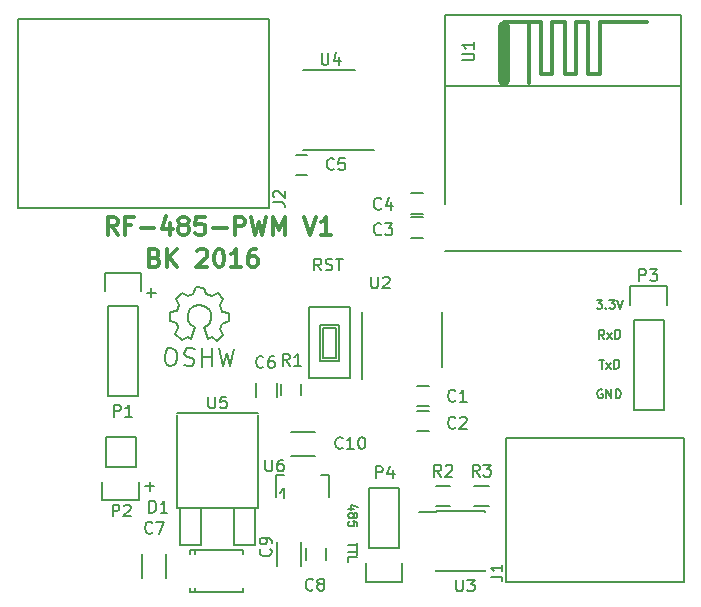
<source format=gto>
G04 #@! TF.FileFunction,Legend,Top*
%FSLAX46Y46*%
G04 Gerber Fmt 4.6, Leading zero omitted, Abs format (unit mm)*
G04 Created by KiCad (PCBNEW 4.0.2-stable) date 3/20/2016 1:22:30 PM*
%MOMM*%
G01*
G04 APERTURE LIST*
%ADD10C,0.100000*%
%ADD11C,0.150000*%
%ADD12C,0.300000*%
%ADD13C,1.000000*%
G04 APERTURE END LIST*
D10*
D11*
X121890214Y-92265571D02*
X121390214Y-92265571D01*
X122175929Y-92087000D02*
X121640214Y-91908428D01*
X121640214Y-92372714D01*
X121818786Y-92765571D02*
X121854500Y-92694143D01*
X121890214Y-92658428D01*
X121961643Y-92622714D01*
X121997357Y-92622714D01*
X122068786Y-92658428D01*
X122104500Y-92694143D01*
X122140214Y-92765571D01*
X122140214Y-92908428D01*
X122104500Y-92979857D01*
X122068786Y-93015571D01*
X121997357Y-93051286D01*
X121961643Y-93051286D01*
X121890214Y-93015571D01*
X121854500Y-92979857D01*
X121818786Y-92908428D01*
X121818786Y-92765571D01*
X121783071Y-92694143D01*
X121747357Y-92658428D01*
X121675929Y-92622714D01*
X121533071Y-92622714D01*
X121461643Y-92658428D01*
X121425929Y-92694143D01*
X121390214Y-92765571D01*
X121390214Y-92908428D01*
X121425929Y-92979857D01*
X121461643Y-93015571D01*
X121533071Y-93051286D01*
X121675929Y-93051286D01*
X121747357Y-93015571D01*
X121783071Y-92979857D01*
X121818786Y-92908428D01*
X122140214Y-93729857D02*
X122140214Y-93372714D01*
X121783071Y-93337000D01*
X121818786Y-93372714D01*
X121854500Y-93444143D01*
X121854500Y-93622714D01*
X121818786Y-93694143D01*
X121783071Y-93729857D01*
X121711643Y-93765572D01*
X121533071Y-93765572D01*
X121461643Y-93729857D01*
X121425929Y-93694143D01*
X121390214Y-93622714D01*
X121390214Y-93444143D01*
X121425929Y-93372714D01*
X121461643Y-93337000D01*
X122076714Y-95144929D02*
X122076714Y-95573500D01*
X121326714Y-95359214D02*
X122076714Y-95359214D01*
X122076714Y-95716358D02*
X122076714Y-96144929D01*
X121326714Y-95930643D02*
X122076714Y-95930643D01*
X121326714Y-96752072D02*
X121326714Y-96394929D01*
X122076714Y-96394929D01*
X104330548Y-73985429D02*
X105092453Y-73985429D01*
X104711501Y-74366381D02*
X104711501Y-73604476D01*
X104203548Y-90368429D02*
X104965453Y-90368429D01*
X104584501Y-90749381D02*
X104584501Y-89987476D01*
X142875072Y-82175000D02*
X142803643Y-82139286D01*
X142696500Y-82139286D01*
X142589357Y-82175000D01*
X142517929Y-82246429D01*
X142482214Y-82317857D01*
X142446500Y-82460714D01*
X142446500Y-82567857D01*
X142482214Y-82710714D01*
X142517929Y-82782143D01*
X142589357Y-82853571D01*
X142696500Y-82889286D01*
X142767929Y-82889286D01*
X142875072Y-82853571D01*
X142910786Y-82817857D01*
X142910786Y-82567857D01*
X142767929Y-82567857D01*
X143232214Y-82889286D02*
X143232214Y-82139286D01*
X143660786Y-82889286D01*
X143660786Y-82139286D01*
X144017928Y-82889286D02*
X144017928Y-82139286D01*
X144196500Y-82139286D01*
X144303643Y-82175000D01*
X144375071Y-82246429D01*
X144410786Y-82317857D01*
X144446500Y-82460714D01*
X144446500Y-82567857D01*
X144410786Y-82710714D01*
X144375071Y-82782143D01*
X144303643Y-82853571D01*
X144196500Y-82889286D01*
X144017928Y-82889286D01*
X142617143Y-79662786D02*
X143045714Y-79662786D01*
X142831428Y-80412786D02*
X142831428Y-79662786D01*
X143224286Y-80412786D02*
X143617143Y-79912786D01*
X143224286Y-79912786D02*
X143617143Y-80412786D01*
X143902857Y-80412786D02*
X143902857Y-79662786D01*
X144081429Y-79662786D01*
X144188572Y-79698500D01*
X144260000Y-79769929D01*
X144295715Y-79841357D01*
X144331429Y-79984214D01*
X144331429Y-80091357D01*
X144295715Y-80234214D01*
X144260000Y-80305643D01*
X144188572Y-80377071D01*
X144081429Y-80412786D01*
X143902857Y-80412786D01*
X143063572Y-77872786D02*
X142813572Y-77515643D01*
X142635000Y-77872786D02*
X142635000Y-77122786D01*
X142920715Y-77122786D01*
X142992143Y-77158500D01*
X143027858Y-77194214D01*
X143063572Y-77265643D01*
X143063572Y-77372786D01*
X143027858Y-77444214D01*
X142992143Y-77479929D01*
X142920715Y-77515643D01*
X142635000Y-77515643D01*
X143313572Y-77872786D02*
X143706429Y-77372786D01*
X143313572Y-77372786D02*
X143706429Y-77872786D01*
X143992143Y-77872786D02*
X143992143Y-77122786D01*
X144170715Y-77122786D01*
X144277858Y-77158500D01*
X144349286Y-77229929D01*
X144385001Y-77301357D01*
X144420715Y-77444214D01*
X144420715Y-77551357D01*
X144385001Y-77694214D01*
X144349286Y-77765643D01*
X144277858Y-77837071D01*
X144170715Y-77872786D01*
X143992143Y-77872786D01*
X142402857Y-74582786D02*
X142867143Y-74582786D01*
X142617143Y-74868500D01*
X142724285Y-74868500D01*
X142795714Y-74904214D01*
X142831428Y-74939929D01*
X142867143Y-75011357D01*
X142867143Y-75189929D01*
X142831428Y-75261357D01*
X142795714Y-75297071D01*
X142724285Y-75332786D01*
X142510000Y-75332786D01*
X142438571Y-75297071D01*
X142402857Y-75261357D01*
X143188571Y-75261357D02*
X143224286Y-75297071D01*
X143188571Y-75332786D01*
X143152857Y-75297071D01*
X143188571Y-75261357D01*
X143188571Y-75332786D01*
X143474286Y-74582786D02*
X143938572Y-74582786D01*
X143688572Y-74868500D01*
X143795714Y-74868500D01*
X143867143Y-74904214D01*
X143902857Y-74939929D01*
X143938572Y-75011357D01*
X143938572Y-75189929D01*
X143902857Y-75261357D01*
X143867143Y-75297071D01*
X143795714Y-75332786D01*
X143581429Y-75332786D01*
X143510000Y-75297071D01*
X143474286Y-75261357D01*
X144152858Y-74582786D02*
X144402858Y-75332786D01*
X144652858Y-74582786D01*
D12*
X105021573Y-71012857D02*
X105235859Y-71084286D01*
X105307287Y-71155714D01*
X105378716Y-71298571D01*
X105378716Y-71512857D01*
X105307287Y-71655714D01*
X105235859Y-71727143D01*
X105093001Y-71798571D01*
X104521573Y-71798571D01*
X104521573Y-70298571D01*
X105021573Y-70298571D01*
X105164430Y-70370000D01*
X105235859Y-70441429D01*
X105307287Y-70584286D01*
X105307287Y-70727143D01*
X105235859Y-70870000D01*
X105164430Y-70941429D01*
X105021573Y-71012857D01*
X104521573Y-71012857D01*
X106021573Y-71798571D02*
X106021573Y-70298571D01*
X106878716Y-71798571D02*
X106235859Y-70941429D01*
X106878716Y-70298571D02*
X106021573Y-71155714D01*
X108593001Y-70441429D02*
X108664430Y-70370000D01*
X108807287Y-70298571D01*
X109164430Y-70298571D01*
X109307287Y-70370000D01*
X109378716Y-70441429D01*
X109450144Y-70584286D01*
X109450144Y-70727143D01*
X109378716Y-70941429D01*
X108521573Y-71798571D01*
X109450144Y-71798571D01*
X110378715Y-70298571D02*
X110521572Y-70298571D01*
X110664429Y-70370000D01*
X110735858Y-70441429D01*
X110807287Y-70584286D01*
X110878715Y-70870000D01*
X110878715Y-71227143D01*
X110807287Y-71512857D01*
X110735858Y-71655714D01*
X110664429Y-71727143D01*
X110521572Y-71798571D01*
X110378715Y-71798571D01*
X110235858Y-71727143D01*
X110164429Y-71655714D01*
X110093001Y-71512857D01*
X110021572Y-71227143D01*
X110021572Y-70870000D01*
X110093001Y-70584286D01*
X110164429Y-70441429D01*
X110235858Y-70370000D01*
X110378715Y-70298571D01*
X112307286Y-71798571D02*
X111450143Y-71798571D01*
X111878715Y-71798571D02*
X111878715Y-70298571D01*
X111735858Y-70512857D01*
X111593000Y-70655714D01*
X111450143Y-70727143D01*
X113593000Y-70298571D02*
X113307286Y-70298571D01*
X113164429Y-70370000D01*
X113093000Y-70441429D01*
X112950143Y-70655714D01*
X112878714Y-70941429D01*
X112878714Y-71512857D01*
X112950143Y-71655714D01*
X113021571Y-71727143D01*
X113164429Y-71798571D01*
X113450143Y-71798571D01*
X113593000Y-71727143D01*
X113664429Y-71655714D01*
X113735857Y-71512857D01*
X113735857Y-71155714D01*
X113664429Y-71012857D01*
X113593000Y-70941429D01*
X113450143Y-70870000D01*
X113164429Y-70870000D01*
X113021571Y-70941429D01*
X112950143Y-71012857D01*
X112878714Y-71155714D01*
X101855073Y-69068071D02*
X101355073Y-68353786D01*
X100997930Y-69068071D02*
X100997930Y-67568071D01*
X101569358Y-67568071D01*
X101712216Y-67639500D01*
X101783644Y-67710929D01*
X101855073Y-67853786D01*
X101855073Y-68068071D01*
X101783644Y-68210929D01*
X101712216Y-68282357D01*
X101569358Y-68353786D01*
X100997930Y-68353786D01*
X102997930Y-68282357D02*
X102497930Y-68282357D01*
X102497930Y-69068071D02*
X102497930Y-67568071D01*
X103212216Y-67568071D01*
X103783644Y-68496643D02*
X104926501Y-68496643D01*
X106283644Y-68068071D02*
X106283644Y-69068071D01*
X105926501Y-67496643D02*
X105569358Y-68568071D01*
X106497930Y-68568071D01*
X107283644Y-68210929D02*
X107140786Y-68139500D01*
X107069358Y-68068071D01*
X106997929Y-67925214D01*
X106997929Y-67853786D01*
X107069358Y-67710929D01*
X107140786Y-67639500D01*
X107283644Y-67568071D01*
X107569358Y-67568071D01*
X107712215Y-67639500D01*
X107783644Y-67710929D01*
X107855072Y-67853786D01*
X107855072Y-67925214D01*
X107783644Y-68068071D01*
X107712215Y-68139500D01*
X107569358Y-68210929D01*
X107283644Y-68210929D01*
X107140786Y-68282357D01*
X107069358Y-68353786D01*
X106997929Y-68496643D01*
X106997929Y-68782357D01*
X107069358Y-68925214D01*
X107140786Y-68996643D01*
X107283644Y-69068071D01*
X107569358Y-69068071D01*
X107712215Y-68996643D01*
X107783644Y-68925214D01*
X107855072Y-68782357D01*
X107855072Y-68496643D01*
X107783644Y-68353786D01*
X107712215Y-68282357D01*
X107569358Y-68210929D01*
X109212215Y-67568071D02*
X108497929Y-67568071D01*
X108426500Y-68282357D01*
X108497929Y-68210929D01*
X108640786Y-68139500D01*
X108997929Y-68139500D01*
X109140786Y-68210929D01*
X109212215Y-68282357D01*
X109283643Y-68425214D01*
X109283643Y-68782357D01*
X109212215Y-68925214D01*
X109140786Y-68996643D01*
X108997929Y-69068071D01*
X108640786Y-69068071D01*
X108497929Y-68996643D01*
X108426500Y-68925214D01*
X109926500Y-68496643D02*
X111069357Y-68496643D01*
X111783643Y-69068071D02*
X111783643Y-67568071D01*
X112355071Y-67568071D01*
X112497929Y-67639500D01*
X112569357Y-67710929D01*
X112640786Y-67853786D01*
X112640786Y-68068071D01*
X112569357Y-68210929D01*
X112497929Y-68282357D01*
X112355071Y-68353786D01*
X111783643Y-68353786D01*
X113140786Y-67568071D02*
X113497929Y-69068071D01*
X113783643Y-67996643D01*
X114069357Y-69068071D01*
X114426500Y-67568071D01*
X114997929Y-69068071D02*
X114997929Y-67568071D01*
X115497929Y-68639500D01*
X115997929Y-67568071D01*
X115997929Y-69068071D01*
X117640786Y-67568071D02*
X118140786Y-69068071D01*
X118640786Y-67568071D01*
X119926500Y-69068071D02*
X119069357Y-69068071D01*
X119497929Y-69068071D02*
X119497929Y-67568071D01*
X119355072Y-67782357D01*
X119212214Y-67925214D01*
X119069357Y-67996643D01*
D11*
X93377000Y-50801000D02*
X93377000Y-66801000D01*
X93377000Y-66801000D02*
X114647000Y-66801000D01*
X114647000Y-66801000D02*
X114647000Y-50801000D01*
X114647000Y-50801000D02*
X93377000Y-50801000D01*
X127198500Y-83590500D02*
X128198500Y-83590500D01*
X128198500Y-81890500D02*
X127198500Y-81890500D01*
X127214500Y-85686000D02*
X128214500Y-85686000D01*
X128214500Y-83986000D02*
X127214500Y-83986000D01*
X127690500Y-67603000D02*
X126690500Y-67603000D01*
X126690500Y-69303000D02*
X127690500Y-69303000D01*
X127690500Y-65571000D02*
X126690500Y-65571000D01*
X126690500Y-67271000D02*
X127690500Y-67271000D01*
X117911500Y-62332500D02*
X116911500Y-62332500D01*
X116911500Y-64032500D02*
X117911500Y-64032500D01*
X115672500Y-81669000D02*
X115672500Y-82669000D01*
X117372500Y-82669000D02*
X117372500Y-81669000D01*
X103877000Y-96091500D02*
X103877000Y-98091500D01*
X105927000Y-98091500D02*
X105927000Y-96091500D01*
X117768000Y-95575500D02*
X117768000Y-96575500D01*
X119468000Y-96575500D02*
X119468000Y-95575500D01*
X115307000Y-95075500D02*
X115307000Y-97075500D01*
X117357000Y-97075500D02*
X117357000Y-95075500D01*
X116538500Y-87829500D02*
X118538500Y-87829500D01*
X118538500Y-85779500D02*
X116538500Y-85779500D01*
X108436860Y-99286060D02*
X108436860Y-98935540D01*
X108436860Y-95785940D02*
X108436860Y-96136460D01*
X112486440Y-99286060D02*
X112486440Y-98935540D01*
X107985560Y-99286060D02*
X107985560Y-98935540D01*
X107985560Y-95785940D02*
X107985560Y-96136460D01*
X112486440Y-95785940D02*
X112486440Y-96136460D01*
X107985560Y-99286060D02*
X112486440Y-99286060D01*
X107985560Y-95785940D02*
X112486440Y-95785940D01*
X101028500Y-75120500D02*
X101028500Y-82740500D01*
X103568500Y-75120500D02*
X103568500Y-82740500D01*
X103848500Y-72300500D02*
X103848500Y-73850500D01*
X101028500Y-82740500D02*
X103568500Y-82740500D01*
X103568500Y-75120500D02*
X101028500Y-75120500D01*
X100748500Y-73850500D02*
X100748500Y-72300500D01*
X100748500Y-72300500D02*
X103848500Y-72300500D01*
X100838000Y-88709500D02*
X100838000Y-86169500D01*
X100558000Y-91529500D02*
X100558000Y-89979500D01*
X100838000Y-88709500D02*
X103378000Y-88709500D01*
X103658000Y-89979500D02*
X103658000Y-91529500D01*
X103658000Y-91529500D02*
X100558000Y-91529500D01*
X103378000Y-88709500D02*
X103378000Y-86169500D01*
X103378000Y-86169500D02*
X100838000Y-86169500D01*
X113552000Y-82832500D02*
X113552000Y-81632500D01*
X115302000Y-81632500D02*
X115302000Y-82832500D01*
X130013000Y-92061000D02*
X128813000Y-92061000D01*
X128813000Y-90311000D02*
X130013000Y-90311000D01*
X133254000Y-92061000D02*
X132054000Y-92061000D01*
X132054000Y-90311000D02*
X133254000Y-90311000D01*
X122545500Y-80239500D02*
X122570500Y-80239500D01*
X122545500Y-75589500D02*
X122570500Y-75589500D01*
X129295500Y-75589500D02*
X129270500Y-75589500D01*
X129295500Y-80239500D02*
X129270500Y-80239500D01*
X122545500Y-80239500D02*
X122545500Y-75589500D01*
X129295500Y-80239500D02*
X129295500Y-75589500D01*
X122570500Y-80239500D02*
X122570500Y-81314500D01*
X128798500Y-92421000D02*
X128798500Y-92566000D01*
X132948500Y-92421000D02*
X132948500Y-92566000D01*
X132948500Y-97571000D02*
X132948500Y-97426000D01*
X128798500Y-97571000D02*
X128798500Y-97426000D01*
X128798500Y-92421000D02*
X132948500Y-92421000D01*
X128798500Y-97571000D02*
X132948500Y-97571000D01*
X128798500Y-92566000D02*
X127398500Y-92566000D01*
X121986000Y-55108500D02*
X117536000Y-55108500D01*
X123511000Y-61858500D02*
X117536000Y-61858500D01*
X111696500Y-92202000D02*
X111696500Y-95377000D01*
X111696500Y-95377000D02*
X113474500Y-95377000D01*
X113474500Y-95377000D02*
X113474500Y-92202000D01*
X107124500Y-92202000D02*
X107124500Y-95377000D01*
X107124500Y-95377000D02*
X108902500Y-95377000D01*
X108902500Y-95377000D02*
X108902500Y-92202000D01*
X113728500Y-86106000D02*
X113728500Y-92202000D01*
X113728500Y-92202000D02*
X106870500Y-92202000D01*
X106870500Y-92202000D02*
X106870500Y-84328000D01*
X106870500Y-84201000D02*
X113728500Y-84201000D01*
X113728500Y-84328000D02*
X113728500Y-86106000D01*
X115597940Y-90932000D02*
X115846860Y-90632280D01*
X115846860Y-90632280D02*
X115948460Y-90482420D01*
X115948460Y-90482420D02*
X115948460Y-91330780D01*
X115247420Y-89430860D02*
X115247420Y-91231720D01*
X115247420Y-89430860D02*
X115897660Y-89430860D01*
X119748300Y-89430860D02*
X119748300Y-91231720D01*
X119748300Y-89430860D02*
X119098060Y-89430860D01*
X110444280Y-78699360D02*
X110804960Y-80170020D01*
X110804960Y-80170020D02*
X111084360Y-79108300D01*
X111084360Y-79108300D02*
X111394240Y-80180180D01*
X111394240Y-80180180D02*
X111734600Y-78729840D01*
X109024420Y-79390240D02*
X109814360Y-79380080D01*
X109814360Y-79380080D02*
X109824520Y-79390240D01*
X109824520Y-79390240D02*
X109824520Y-79380080D01*
X109865160Y-78668880D02*
X109865160Y-80210660D01*
X108976160Y-78658720D02*
X108976160Y-80228440D01*
X108976160Y-80228440D02*
X108986320Y-80218280D01*
X108424980Y-78760320D02*
X108074460Y-78679040D01*
X108074460Y-78679040D02*
X107754420Y-78668880D01*
X107754420Y-78668880D02*
X107515660Y-78869540D01*
X107515660Y-78869540D02*
X107485180Y-79138780D01*
X107485180Y-79138780D02*
X107726480Y-79380080D01*
X107726480Y-79380080D02*
X108115100Y-79509620D01*
X108115100Y-79509620D02*
X108295440Y-79669640D01*
X108295440Y-79669640D02*
X108336080Y-79969360D01*
X108336080Y-79969360D02*
X108104940Y-80190340D01*
X108104940Y-80190340D02*
X107784900Y-80218280D01*
X107784900Y-80218280D02*
X107434380Y-80109060D01*
X106395520Y-78658720D02*
X106146600Y-78679040D01*
X106146600Y-78679040D02*
X105905300Y-78920340D01*
X105905300Y-78920340D02*
X105816400Y-79410560D01*
X105816400Y-79410560D02*
X105844340Y-79758540D01*
X105844340Y-79758540D02*
X106045000Y-80078580D01*
X106045000Y-80078580D02*
X106296460Y-80200500D01*
X106296460Y-80200500D02*
X106606340Y-80129380D01*
X106606340Y-80129380D02*
X106824780Y-79949040D01*
X106824780Y-79949040D02*
X106895900Y-79489300D01*
X106895900Y-79489300D02*
X106845100Y-79080360D01*
X106845100Y-79080360D02*
X106735880Y-78798420D01*
X106735880Y-78798420D02*
X106375200Y-78668880D01*
X106994960Y-76939140D02*
X106735880Y-77500480D01*
X106735880Y-77500480D02*
X107274360Y-78018640D01*
X107274360Y-78018640D02*
X107795060Y-77749400D01*
X107795060Y-77749400D02*
X108074460Y-77909420D01*
X109514640Y-77889100D02*
X109844840Y-77698600D01*
X109844840Y-77698600D02*
X110284260Y-78028800D01*
X110284260Y-78028800D02*
X110756700Y-77538580D01*
X110756700Y-77538580D02*
X110474760Y-77058520D01*
X110474760Y-77058520D02*
X110665260Y-76588620D01*
X110665260Y-76588620D02*
X111274860Y-76400660D01*
X111274860Y-76400660D02*
X111274860Y-75719940D01*
X111274860Y-75719940D02*
X110716060Y-75580240D01*
X110716060Y-75580240D02*
X110515400Y-75008740D01*
X110515400Y-75008740D02*
X110784640Y-74538840D01*
X110784640Y-74538840D02*
X110314740Y-74028300D01*
X110314740Y-74028300D02*
X109796580Y-74289920D01*
X109796580Y-74289920D02*
X109326680Y-74089260D01*
X109326680Y-74089260D02*
X109156500Y-73548240D01*
X109156500Y-73548240D02*
X108465620Y-73530460D01*
X108465620Y-73530460D02*
X108254800Y-74079100D01*
X108254800Y-74079100D02*
X107835700Y-74249280D01*
X107835700Y-74249280D02*
X107284520Y-73980040D01*
X107284520Y-73980040D02*
X106766360Y-74508360D01*
X106766360Y-74508360D02*
X107015280Y-75049380D01*
X107015280Y-75049380D02*
X106845100Y-75529440D01*
X106845100Y-75529440D02*
X106296460Y-75628500D01*
X106296460Y-75628500D02*
X106286300Y-76329540D01*
X106286300Y-76329540D02*
X106845100Y-76530200D01*
X106845100Y-76530200D02*
X106984800Y-76928980D01*
X109126020Y-76908660D02*
X109425740Y-76758800D01*
X109425740Y-76758800D02*
X109626400Y-76560680D01*
X109626400Y-76560680D02*
X109776260Y-76159360D01*
X109776260Y-76159360D02*
X109776260Y-75760580D01*
X109776260Y-75760580D02*
X109626400Y-75410060D01*
X109626400Y-75410060D02*
X109174280Y-75059540D01*
X109174280Y-75059540D02*
X108724700Y-75008740D01*
X108724700Y-75008740D02*
X108325920Y-75110340D01*
X108325920Y-75110340D02*
X107924600Y-75458320D01*
X107924600Y-75458320D02*
X107774740Y-75910440D01*
X107774740Y-75910440D02*
X107825540Y-76408280D01*
X107825540Y-76408280D02*
X108074460Y-76710540D01*
X108074460Y-76710540D02*
X108424980Y-76908660D01*
X108424980Y-76908660D02*
X108074460Y-77909420D01*
X109126020Y-76908660D02*
X109524800Y-77909420D01*
X145542000Y-76263500D02*
X145542000Y-83883500D01*
X148082000Y-76263500D02*
X148082000Y-83883500D01*
X148362000Y-73443500D02*
X148362000Y-74993500D01*
X145542000Y-83883500D02*
X148082000Y-83883500D01*
X148082000Y-76263500D02*
X145542000Y-76263500D01*
X145262000Y-74993500D02*
X145262000Y-73443500D01*
X145262000Y-73443500D02*
X148362000Y-73443500D01*
D12*
X142683000Y-51053000D02*
X146683000Y-51053000D01*
X141683000Y-55453000D02*
X142683000Y-55453000D01*
X140683000Y-51053000D02*
X141683000Y-51053000D01*
X139683000Y-55453000D02*
X140683000Y-55453000D01*
X137683000Y-55453000D02*
X138583000Y-55453000D01*
X138583000Y-51053000D02*
X139683000Y-51053000D01*
X134583000Y-51053000D02*
X137683000Y-51053000D01*
X136683000Y-56253000D02*
X136683000Y-51153000D01*
D13*
X134583000Y-56007000D02*
X134583000Y-51453000D01*
D11*
X129583000Y-70453000D02*
X149583000Y-70453000D01*
X149583000Y-56453000D02*
X149583000Y-66453000D01*
X129583000Y-56453000D02*
X129583000Y-66453000D01*
X149583000Y-50453000D02*
X129583000Y-50453000D01*
X149583000Y-56453000D02*
X149583000Y-50453000D01*
X129583000Y-56453000D02*
X149583000Y-56453000D01*
X129583000Y-50453000D02*
X129583000Y-56453000D01*
D12*
X137683000Y-55453000D02*
X137683000Y-51053000D01*
X138583000Y-55453000D02*
X138583000Y-51053000D01*
X139683000Y-55453000D02*
X139683000Y-51053000D01*
X140683000Y-55453000D02*
X140683000Y-51053000D01*
X141683000Y-55453000D02*
X141683000Y-51053000D01*
X142683000Y-55453000D02*
X142683000Y-51053000D01*
D11*
X125666500Y-95631000D02*
X125666500Y-90551000D01*
X125666500Y-90551000D02*
X123126500Y-90551000D01*
X123126500Y-90551000D02*
X123126500Y-95631000D01*
X122846500Y-98451000D02*
X122846500Y-96901000D01*
X123126500Y-95631000D02*
X125666500Y-95631000D01*
X125946500Y-96901000D02*
X125946500Y-98451000D01*
X125946500Y-98451000D02*
X122846500Y-98451000D01*
X119210780Y-79471890D02*
X119210780Y-76971890D01*
X119210780Y-76971890D02*
X120310780Y-76971890D01*
X120310780Y-76971890D02*
X120310780Y-79471890D01*
X120310780Y-79471890D02*
X119210780Y-79471890D01*
X120560780Y-79721890D02*
X120560780Y-76721890D01*
X118960780Y-79721890D02*
X118960780Y-76721890D01*
X118960780Y-76721890D02*
X120560780Y-76721890D01*
X118960780Y-79721890D02*
X120560780Y-79721890D01*
X121510780Y-81221890D02*
X121510780Y-75221890D01*
X118010780Y-81221890D02*
X118010780Y-75221890D01*
X118010780Y-81221890D02*
X121510780Y-81221890D01*
X118010780Y-75221890D02*
X121510780Y-75221890D01*
X134764000Y-98492500D02*
X149764000Y-98492500D01*
X134764000Y-86292500D02*
X149764000Y-86292500D01*
X149764000Y-98492500D02*
X149764000Y-86292500D01*
X134764000Y-98492500D02*
X134764000Y-86292500D01*
X115019381Y-66334333D02*
X115733667Y-66334333D01*
X115876524Y-66381953D01*
X115971762Y-66477191D01*
X116019381Y-66620048D01*
X116019381Y-66715286D01*
X115114619Y-65905762D02*
X115067000Y-65858143D01*
X115019381Y-65762905D01*
X115019381Y-65524809D01*
X115067000Y-65429571D01*
X115114619Y-65381952D01*
X115209857Y-65334333D01*
X115305095Y-65334333D01*
X115447952Y-65381952D01*
X116019381Y-65953381D01*
X116019381Y-65334333D01*
X130452834Y-83097643D02*
X130405215Y-83145262D01*
X130262358Y-83192881D01*
X130167120Y-83192881D01*
X130024262Y-83145262D01*
X129929024Y-83050024D01*
X129881405Y-82954786D01*
X129833786Y-82764310D01*
X129833786Y-82621452D01*
X129881405Y-82430976D01*
X129929024Y-82335738D01*
X130024262Y-82240500D01*
X130167120Y-82192881D01*
X130262358Y-82192881D01*
X130405215Y-82240500D01*
X130452834Y-82288119D01*
X131405215Y-83192881D02*
X130833786Y-83192881D01*
X131119500Y-83192881D02*
X131119500Y-82192881D01*
X131024262Y-82335738D01*
X130929024Y-82430976D01*
X130833786Y-82478595D01*
X130452834Y-85383643D02*
X130405215Y-85431262D01*
X130262358Y-85478881D01*
X130167120Y-85478881D01*
X130024262Y-85431262D01*
X129929024Y-85336024D01*
X129881405Y-85240786D01*
X129833786Y-85050310D01*
X129833786Y-84907452D01*
X129881405Y-84716976D01*
X129929024Y-84621738D01*
X130024262Y-84526500D01*
X130167120Y-84478881D01*
X130262358Y-84478881D01*
X130405215Y-84526500D01*
X130452834Y-84574119D01*
X130833786Y-84574119D02*
X130881405Y-84526500D01*
X130976643Y-84478881D01*
X131214739Y-84478881D01*
X131309977Y-84526500D01*
X131357596Y-84574119D01*
X131405215Y-84669357D01*
X131405215Y-84764595D01*
X131357596Y-84907452D01*
X130786167Y-85478881D01*
X131405215Y-85478881D01*
X124166334Y-69000643D02*
X124118715Y-69048262D01*
X123975858Y-69095881D01*
X123880620Y-69095881D01*
X123737762Y-69048262D01*
X123642524Y-68953024D01*
X123594905Y-68857786D01*
X123547286Y-68667310D01*
X123547286Y-68524452D01*
X123594905Y-68333976D01*
X123642524Y-68238738D01*
X123737762Y-68143500D01*
X123880620Y-68095881D01*
X123975858Y-68095881D01*
X124118715Y-68143500D01*
X124166334Y-68191119D01*
X124499667Y-68095881D02*
X125118715Y-68095881D01*
X124785381Y-68476833D01*
X124928239Y-68476833D01*
X125023477Y-68524452D01*
X125071096Y-68572071D01*
X125118715Y-68667310D01*
X125118715Y-68905405D01*
X125071096Y-69000643D01*
X125023477Y-69048262D01*
X124928239Y-69095881D01*
X124642524Y-69095881D01*
X124547286Y-69048262D01*
X124499667Y-69000643D01*
X124166334Y-66841643D02*
X124118715Y-66889262D01*
X123975858Y-66936881D01*
X123880620Y-66936881D01*
X123737762Y-66889262D01*
X123642524Y-66794024D01*
X123594905Y-66698786D01*
X123547286Y-66508310D01*
X123547286Y-66365452D01*
X123594905Y-66174976D01*
X123642524Y-66079738D01*
X123737762Y-65984500D01*
X123880620Y-65936881D01*
X123975858Y-65936881D01*
X124118715Y-65984500D01*
X124166334Y-66032119D01*
X125023477Y-66270214D02*
X125023477Y-66936881D01*
X124785381Y-65889262D02*
X124547286Y-66603548D01*
X125166334Y-66603548D01*
X120165834Y-63476143D02*
X120118215Y-63523762D01*
X119975358Y-63571381D01*
X119880120Y-63571381D01*
X119737262Y-63523762D01*
X119642024Y-63428524D01*
X119594405Y-63333286D01*
X119546786Y-63142810D01*
X119546786Y-62999952D01*
X119594405Y-62809476D01*
X119642024Y-62714238D01*
X119737262Y-62619000D01*
X119880120Y-62571381D01*
X119975358Y-62571381D01*
X120118215Y-62619000D01*
X120165834Y-62666619D01*
X121070596Y-62571381D02*
X120594405Y-62571381D01*
X120546786Y-63047571D01*
X120594405Y-62999952D01*
X120689643Y-62952333D01*
X120927739Y-62952333D01*
X121022977Y-62999952D01*
X121070596Y-63047571D01*
X121118215Y-63142810D01*
X121118215Y-63380905D01*
X121070596Y-63476143D01*
X121022977Y-63523762D01*
X120927739Y-63571381D01*
X120689643Y-63571381D01*
X120594405Y-63523762D01*
X120546786Y-63476143D01*
X114196834Y-80240143D02*
X114149215Y-80287762D01*
X114006358Y-80335381D01*
X113911120Y-80335381D01*
X113768262Y-80287762D01*
X113673024Y-80192524D01*
X113625405Y-80097286D01*
X113577786Y-79906810D01*
X113577786Y-79763952D01*
X113625405Y-79573476D01*
X113673024Y-79478238D01*
X113768262Y-79383000D01*
X113911120Y-79335381D01*
X114006358Y-79335381D01*
X114149215Y-79383000D01*
X114196834Y-79430619D01*
X115053977Y-79335381D02*
X114863500Y-79335381D01*
X114768262Y-79383000D01*
X114720643Y-79430619D01*
X114625405Y-79573476D01*
X114577786Y-79763952D01*
X114577786Y-80144905D01*
X114625405Y-80240143D01*
X114673024Y-80287762D01*
X114768262Y-80335381D01*
X114958739Y-80335381D01*
X115053977Y-80287762D01*
X115101596Y-80240143D01*
X115149215Y-80144905D01*
X115149215Y-79906810D01*
X115101596Y-79811571D01*
X115053977Y-79763952D01*
X114958739Y-79716333D01*
X114768262Y-79716333D01*
X114673024Y-79763952D01*
X114625405Y-79811571D01*
X114577786Y-79906810D01*
X104798834Y-94273643D02*
X104751215Y-94321262D01*
X104608358Y-94368881D01*
X104513120Y-94368881D01*
X104370262Y-94321262D01*
X104275024Y-94226024D01*
X104227405Y-94130786D01*
X104179786Y-93940310D01*
X104179786Y-93797452D01*
X104227405Y-93606976D01*
X104275024Y-93511738D01*
X104370262Y-93416500D01*
X104513120Y-93368881D01*
X104608358Y-93368881D01*
X104751215Y-93416500D01*
X104798834Y-93464119D01*
X105132167Y-93368881D02*
X105798834Y-93368881D01*
X105370262Y-94368881D01*
X118387834Y-99099643D02*
X118340215Y-99147262D01*
X118197358Y-99194881D01*
X118102120Y-99194881D01*
X117959262Y-99147262D01*
X117864024Y-99052024D01*
X117816405Y-98956786D01*
X117768786Y-98766310D01*
X117768786Y-98623452D01*
X117816405Y-98432976D01*
X117864024Y-98337738D01*
X117959262Y-98242500D01*
X118102120Y-98194881D01*
X118197358Y-98194881D01*
X118340215Y-98242500D01*
X118387834Y-98290119D01*
X118959262Y-98623452D02*
X118864024Y-98575833D01*
X118816405Y-98528214D01*
X118768786Y-98432976D01*
X118768786Y-98385357D01*
X118816405Y-98290119D01*
X118864024Y-98242500D01*
X118959262Y-98194881D01*
X119149739Y-98194881D01*
X119244977Y-98242500D01*
X119292596Y-98290119D01*
X119340215Y-98385357D01*
X119340215Y-98432976D01*
X119292596Y-98528214D01*
X119244977Y-98575833D01*
X119149739Y-98623452D01*
X118959262Y-98623452D01*
X118864024Y-98671071D01*
X118816405Y-98718690D01*
X118768786Y-98813929D01*
X118768786Y-99004405D01*
X118816405Y-99099643D01*
X118864024Y-99147262D01*
X118959262Y-99194881D01*
X119149739Y-99194881D01*
X119244977Y-99147262D01*
X119292596Y-99099643D01*
X119340215Y-99004405D01*
X119340215Y-98813929D01*
X119292596Y-98718690D01*
X119244977Y-98671071D01*
X119149739Y-98623452D01*
X114784143Y-95670666D02*
X114831762Y-95718285D01*
X114879381Y-95861142D01*
X114879381Y-95956380D01*
X114831762Y-96099238D01*
X114736524Y-96194476D01*
X114641286Y-96242095D01*
X114450810Y-96289714D01*
X114307952Y-96289714D01*
X114117476Y-96242095D01*
X114022238Y-96194476D01*
X113927000Y-96099238D01*
X113879381Y-95956380D01*
X113879381Y-95861142D01*
X113927000Y-95718285D01*
X113974619Y-95670666D01*
X114879381Y-95194476D02*
X114879381Y-95004000D01*
X114831762Y-94908761D01*
X114784143Y-94861142D01*
X114641286Y-94765904D01*
X114450810Y-94718285D01*
X114069857Y-94718285D01*
X113974619Y-94765904D01*
X113927000Y-94813523D01*
X113879381Y-94908761D01*
X113879381Y-95099238D01*
X113927000Y-95194476D01*
X113974619Y-95242095D01*
X114069857Y-95289714D01*
X114307952Y-95289714D01*
X114403190Y-95242095D01*
X114450810Y-95194476D01*
X114498429Y-95099238D01*
X114498429Y-94908761D01*
X114450810Y-94813523D01*
X114403190Y-94765904D01*
X114307952Y-94718285D01*
X120896143Y-87098143D02*
X120848524Y-87145762D01*
X120705667Y-87193381D01*
X120610429Y-87193381D01*
X120467571Y-87145762D01*
X120372333Y-87050524D01*
X120324714Y-86955286D01*
X120277095Y-86764810D01*
X120277095Y-86621952D01*
X120324714Y-86431476D01*
X120372333Y-86336238D01*
X120467571Y-86241000D01*
X120610429Y-86193381D01*
X120705667Y-86193381D01*
X120848524Y-86241000D01*
X120896143Y-86288619D01*
X121848524Y-87193381D02*
X121277095Y-87193381D01*
X121562809Y-87193381D02*
X121562809Y-86193381D01*
X121467571Y-86336238D01*
X121372333Y-86431476D01*
X121277095Y-86479095D01*
X122467571Y-86193381D02*
X122562810Y-86193381D01*
X122658048Y-86241000D01*
X122705667Y-86288619D01*
X122753286Y-86383857D01*
X122800905Y-86574333D01*
X122800905Y-86812429D01*
X122753286Y-87002905D01*
X122705667Y-87098143D01*
X122658048Y-87145762D01*
X122562810Y-87193381D01*
X122467571Y-87193381D01*
X122372333Y-87145762D01*
X122324714Y-87098143D01*
X122277095Y-87002905D01*
X122229476Y-86812429D01*
X122229476Y-86574333D01*
X122277095Y-86383857D01*
X122324714Y-86288619D01*
X122372333Y-86241000D01*
X122467571Y-86193381D01*
X104544905Y-92590881D02*
X104544905Y-91590881D01*
X104783000Y-91590881D01*
X104925858Y-91638500D01*
X105021096Y-91733738D01*
X105068715Y-91828976D01*
X105116334Y-92019452D01*
X105116334Y-92162310D01*
X105068715Y-92352786D01*
X105021096Y-92448024D01*
X104925858Y-92543262D01*
X104783000Y-92590881D01*
X104544905Y-92590881D01*
X106068715Y-92590881D02*
X105497286Y-92590881D01*
X105783000Y-92590881D02*
X105783000Y-91590881D01*
X105687762Y-91733738D01*
X105592524Y-91828976D01*
X105497286Y-91876595D01*
X101560405Y-84462881D02*
X101560405Y-83462881D01*
X101941358Y-83462881D01*
X102036596Y-83510500D01*
X102084215Y-83558119D01*
X102131834Y-83653357D01*
X102131834Y-83796214D01*
X102084215Y-83891452D01*
X102036596Y-83939071D01*
X101941358Y-83986690D01*
X101560405Y-83986690D01*
X103084215Y-84462881D02*
X102512786Y-84462881D01*
X102798500Y-84462881D02*
X102798500Y-83462881D01*
X102703262Y-83605738D01*
X102608024Y-83700976D01*
X102512786Y-83748595D01*
X101433405Y-92908381D02*
X101433405Y-91908381D01*
X101814358Y-91908381D01*
X101909596Y-91956000D01*
X101957215Y-92003619D01*
X102004834Y-92098857D01*
X102004834Y-92241714D01*
X101957215Y-92336952D01*
X101909596Y-92384571D01*
X101814358Y-92432190D01*
X101433405Y-92432190D01*
X102385786Y-92003619D02*
X102433405Y-91956000D01*
X102528643Y-91908381D01*
X102766739Y-91908381D01*
X102861977Y-91956000D01*
X102909596Y-92003619D01*
X102957215Y-92098857D01*
X102957215Y-92194095D01*
X102909596Y-92336952D01*
X102338167Y-92908381D01*
X102957215Y-92908381D01*
X116419334Y-80144881D02*
X116086000Y-79668690D01*
X115847905Y-80144881D02*
X115847905Y-79144881D01*
X116228858Y-79144881D01*
X116324096Y-79192500D01*
X116371715Y-79240119D01*
X116419334Y-79335357D01*
X116419334Y-79478214D01*
X116371715Y-79573452D01*
X116324096Y-79621071D01*
X116228858Y-79668690D01*
X115847905Y-79668690D01*
X117371715Y-80144881D02*
X116800286Y-80144881D01*
X117086000Y-80144881D02*
X117086000Y-79144881D01*
X116990762Y-79287738D01*
X116895524Y-79382976D01*
X116800286Y-79430595D01*
X129246334Y-89538381D02*
X128913000Y-89062190D01*
X128674905Y-89538381D02*
X128674905Y-88538381D01*
X129055858Y-88538381D01*
X129151096Y-88586000D01*
X129198715Y-88633619D01*
X129246334Y-88728857D01*
X129246334Y-88871714D01*
X129198715Y-88966952D01*
X129151096Y-89014571D01*
X129055858Y-89062190D01*
X128674905Y-89062190D01*
X129627286Y-88633619D02*
X129674905Y-88586000D01*
X129770143Y-88538381D01*
X130008239Y-88538381D01*
X130103477Y-88586000D01*
X130151096Y-88633619D01*
X130198715Y-88728857D01*
X130198715Y-88824095D01*
X130151096Y-88966952D01*
X129579667Y-89538381D01*
X130198715Y-89538381D01*
X132487334Y-89538381D02*
X132154000Y-89062190D01*
X131915905Y-89538381D02*
X131915905Y-88538381D01*
X132296858Y-88538381D01*
X132392096Y-88586000D01*
X132439715Y-88633619D01*
X132487334Y-88728857D01*
X132487334Y-88871714D01*
X132439715Y-88966952D01*
X132392096Y-89014571D01*
X132296858Y-89062190D01*
X131915905Y-89062190D01*
X132820667Y-88538381D02*
X133439715Y-88538381D01*
X133106381Y-88919333D01*
X133249239Y-88919333D01*
X133344477Y-88966952D01*
X133392096Y-89014571D01*
X133439715Y-89109810D01*
X133439715Y-89347905D01*
X133392096Y-89443143D01*
X133344477Y-89490762D01*
X133249239Y-89538381D01*
X132963524Y-89538381D01*
X132868286Y-89490762D01*
X132820667Y-89443143D01*
X123317095Y-72604381D02*
X123317095Y-73413905D01*
X123364714Y-73509143D01*
X123412333Y-73556762D01*
X123507571Y-73604381D01*
X123698048Y-73604381D01*
X123793286Y-73556762D01*
X123840905Y-73509143D01*
X123888524Y-73413905D01*
X123888524Y-72604381D01*
X124317095Y-72699619D02*
X124364714Y-72652000D01*
X124459952Y-72604381D01*
X124698048Y-72604381D01*
X124793286Y-72652000D01*
X124840905Y-72699619D01*
X124888524Y-72794857D01*
X124888524Y-72890095D01*
X124840905Y-73032952D01*
X124269476Y-73604381D01*
X124888524Y-73604381D01*
X130492595Y-98258381D02*
X130492595Y-99067905D01*
X130540214Y-99163143D01*
X130587833Y-99210762D01*
X130683071Y-99258381D01*
X130873548Y-99258381D01*
X130968786Y-99210762D01*
X131016405Y-99163143D01*
X131064024Y-99067905D01*
X131064024Y-98258381D01*
X131444976Y-98258381D02*
X132064024Y-98258381D01*
X131730690Y-98639333D01*
X131873548Y-98639333D01*
X131968786Y-98686952D01*
X132016405Y-98734571D01*
X132064024Y-98829810D01*
X132064024Y-99067905D01*
X132016405Y-99163143D01*
X131968786Y-99210762D01*
X131873548Y-99258381D01*
X131587833Y-99258381D01*
X131492595Y-99210762D01*
X131444976Y-99163143D01*
X119126095Y-53681381D02*
X119126095Y-54490905D01*
X119173714Y-54586143D01*
X119221333Y-54633762D01*
X119316571Y-54681381D01*
X119507048Y-54681381D01*
X119602286Y-54633762D01*
X119649905Y-54586143D01*
X119697524Y-54490905D01*
X119697524Y-53681381D01*
X120602286Y-54014714D02*
X120602286Y-54681381D01*
X120364190Y-53633762D02*
X120126095Y-54348048D01*
X120745143Y-54348048D01*
X109537595Y-82764381D02*
X109537595Y-83573905D01*
X109585214Y-83669143D01*
X109632833Y-83716762D01*
X109728071Y-83764381D01*
X109918548Y-83764381D01*
X110013786Y-83716762D01*
X110061405Y-83669143D01*
X110109024Y-83573905D01*
X110109024Y-82764381D01*
X111061405Y-82764381D02*
X110585214Y-82764381D01*
X110537595Y-83240571D01*
X110585214Y-83192952D01*
X110680452Y-83145333D01*
X110918548Y-83145333D01*
X111013786Y-83192952D01*
X111061405Y-83240571D01*
X111109024Y-83335810D01*
X111109024Y-83573905D01*
X111061405Y-83669143D01*
X111013786Y-83716762D01*
X110918548Y-83764381D01*
X110680452Y-83764381D01*
X110585214Y-83716762D01*
X110537595Y-83669143D01*
X114363595Y-88098381D02*
X114363595Y-88907905D01*
X114411214Y-89003143D01*
X114458833Y-89050762D01*
X114554071Y-89098381D01*
X114744548Y-89098381D01*
X114839786Y-89050762D01*
X114887405Y-89003143D01*
X114935024Y-88907905D01*
X114935024Y-88098381D01*
X115839786Y-88098381D02*
X115649309Y-88098381D01*
X115554071Y-88146000D01*
X115506452Y-88193619D01*
X115411214Y-88336476D01*
X115363595Y-88526952D01*
X115363595Y-88907905D01*
X115411214Y-89003143D01*
X115458833Y-89050762D01*
X115554071Y-89098381D01*
X115744548Y-89098381D01*
X115839786Y-89050762D01*
X115887405Y-89003143D01*
X115935024Y-88907905D01*
X115935024Y-88669810D01*
X115887405Y-88574571D01*
X115839786Y-88526952D01*
X115744548Y-88479333D01*
X115554071Y-88479333D01*
X115458833Y-88526952D01*
X115411214Y-88574571D01*
X115363595Y-88669810D01*
X146010405Y-72969381D02*
X146010405Y-71969381D01*
X146391358Y-71969381D01*
X146486596Y-72017000D01*
X146534215Y-72064619D01*
X146581834Y-72159857D01*
X146581834Y-72302714D01*
X146534215Y-72397952D01*
X146486596Y-72445571D01*
X146391358Y-72493190D01*
X146010405Y-72493190D01*
X146915167Y-71969381D02*
X147534215Y-71969381D01*
X147200881Y-72350333D01*
X147343739Y-72350333D01*
X147438977Y-72397952D01*
X147486596Y-72445571D01*
X147534215Y-72540810D01*
X147534215Y-72778905D01*
X147486596Y-72874143D01*
X147438977Y-72921762D01*
X147343739Y-72969381D01*
X147058024Y-72969381D01*
X146962786Y-72921762D01*
X146915167Y-72874143D01*
X131035381Y-54314905D02*
X131844905Y-54314905D01*
X131940143Y-54267286D01*
X131987762Y-54219667D01*
X132035381Y-54124429D01*
X132035381Y-53933952D01*
X131987762Y-53838714D01*
X131940143Y-53791095D01*
X131844905Y-53743476D01*
X131035381Y-53743476D01*
X132035381Y-52743476D02*
X132035381Y-53314905D01*
X132035381Y-53029191D02*
X131035381Y-53029191D01*
X131178238Y-53124429D01*
X131273476Y-53219667D01*
X131321095Y-53314905D01*
X123721905Y-89669881D02*
X123721905Y-88669881D01*
X124102858Y-88669881D01*
X124198096Y-88717500D01*
X124245715Y-88765119D01*
X124293334Y-88860357D01*
X124293334Y-89003214D01*
X124245715Y-89098452D01*
X124198096Y-89146071D01*
X124102858Y-89193690D01*
X123721905Y-89193690D01*
X125150477Y-89003214D02*
X125150477Y-89669881D01*
X124912381Y-88622262D02*
X124674286Y-89336548D01*
X125293334Y-89336548D01*
X119086381Y-72080381D02*
X118753047Y-71604190D01*
X118514952Y-72080381D02*
X118514952Y-71080381D01*
X118895905Y-71080381D01*
X118991143Y-71128000D01*
X119038762Y-71175619D01*
X119086381Y-71270857D01*
X119086381Y-71413714D01*
X119038762Y-71508952D01*
X118991143Y-71556571D01*
X118895905Y-71604190D01*
X118514952Y-71604190D01*
X119467333Y-72032762D02*
X119610190Y-72080381D01*
X119848286Y-72080381D01*
X119943524Y-72032762D01*
X119991143Y-71985143D01*
X120038762Y-71889905D01*
X120038762Y-71794667D01*
X119991143Y-71699429D01*
X119943524Y-71651810D01*
X119848286Y-71604190D01*
X119657809Y-71556571D01*
X119562571Y-71508952D01*
X119514952Y-71461333D01*
X119467333Y-71366095D01*
X119467333Y-71270857D01*
X119514952Y-71175619D01*
X119562571Y-71128000D01*
X119657809Y-71080381D01*
X119895905Y-71080381D01*
X120038762Y-71128000D01*
X120324476Y-71080381D02*
X120895905Y-71080381D01*
X120610190Y-72080381D02*
X120610190Y-71080381D01*
X133423381Y-98006333D02*
X134137667Y-98006333D01*
X134280524Y-98053953D01*
X134375762Y-98149191D01*
X134423381Y-98292048D01*
X134423381Y-98387286D01*
X134423381Y-97006333D02*
X134423381Y-97577762D01*
X134423381Y-97292048D02*
X133423381Y-97292048D01*
X133566238Y-97387286D01*
X133661476Y-97482524D01*
X133709095Y-97577762D01*
M02*

</source>
